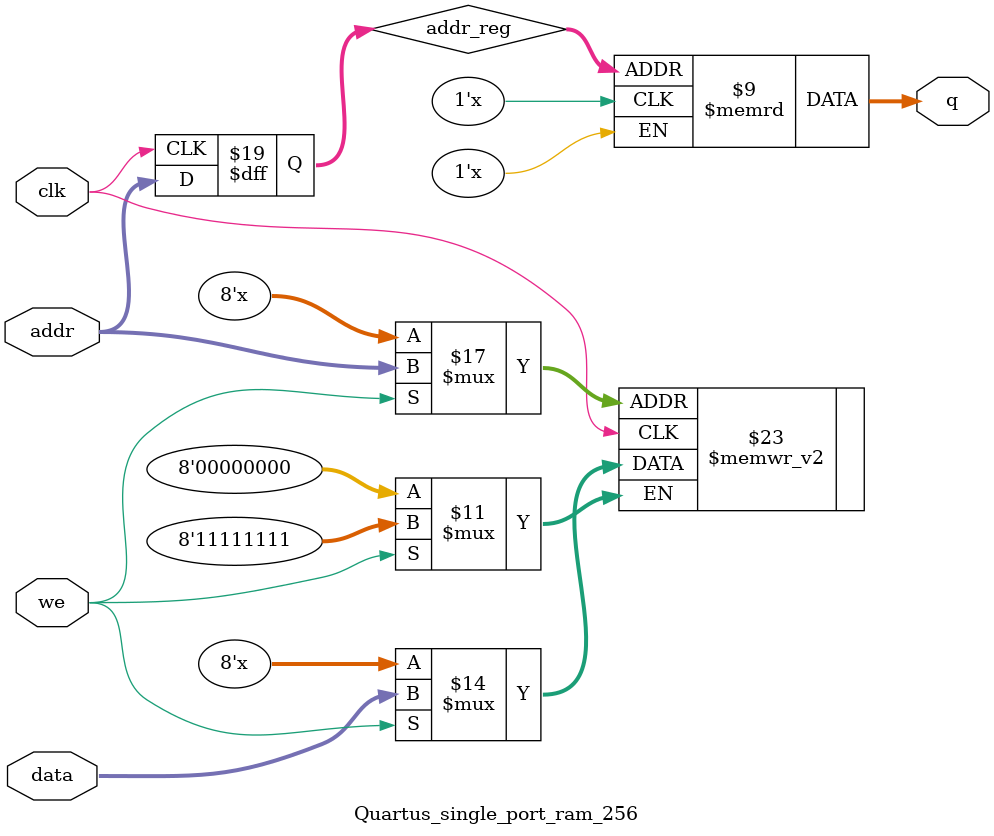
<source format=v>

module Quartus_single_port_ram_256
#(parameter DATA_WIDTH=8, parameter ADDR_WIDTH=8)
(
	input [(DATA_WIDTH-1):0] data,
	input [(ADDR_WIDTH-1):0] addr,
	input we, clk,
	output [(DATA_WIDTH-1):0] q
);

	// Declare the RAM variable
	reg [DATA_WIDTH-1:0] ram[255:0];

	// Variable to hold the registered read address
	reg [ADDR_WIDTH-1:0] addr_reg;

	always @ (posedge clk)
	begin
		// Write
		if (we)
			ram[addr] <= data;

		addr_reg <= addr;
	end

	// Continuous assignment implies read returns NEW data.
	// This is the natural behavior of the TriMatrix memory
	// blocks in Single Port mode.  
	assign q = ram[addr_reg];

endmodule

</source>
